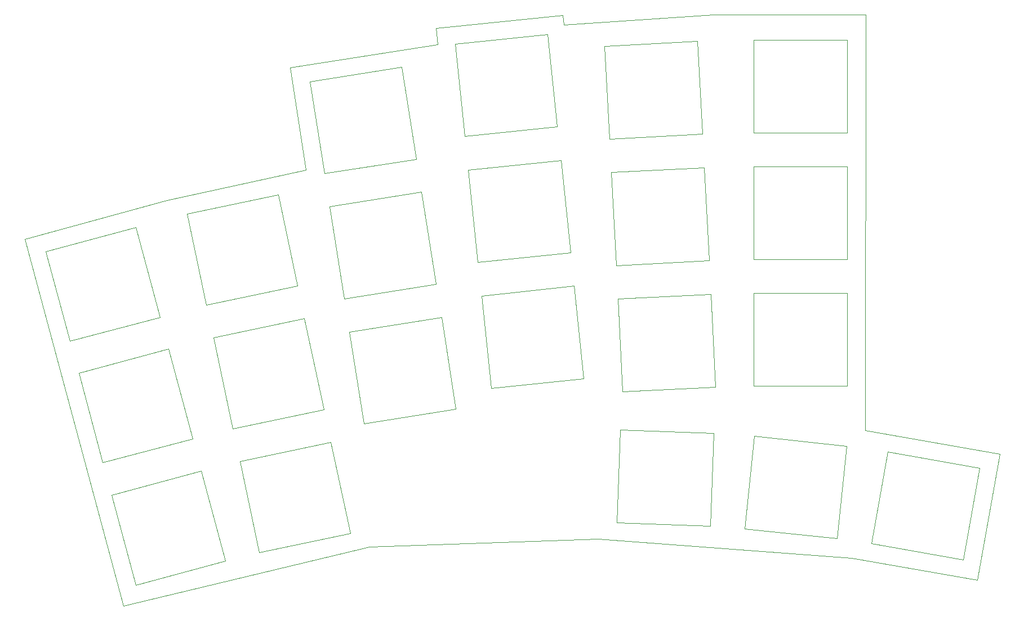
<source format=gm1>
%TF.GenerationSoftware,KiCad,Pcbnew,(6.0.0-0)*%
%TF.CreationDate,2022-02-08T20:12:04+07:00*%
%TF.ProjectId,PCB Top,50434220-546f-4702-9e6b-696361645f70,rev?*%
%TF.SameCoordinates,Original*%
%TF.FileFunction,Profile,NP*%
%FSLAX46Y46*%
G04 Gerber Fmt 4.6, Leading zero omitted, Abs format (unit mm)*
G04 Created by KiCad (PCBNEW (6.0.0-0)) date 2022-02-08 20:12:04*
%MOMM*%
%LPD*%
G01*
G04 APERTURE LIST*
%TA.AperFunction,Profile*%
%ADD10C,0.050000*%
%TD*%
%TA.AperFunction,Profile*%
%ADD11C,0.100000*%
%TD*%
G04 APERTURE END LIST*
D10*
X29175187Y-106535145D02*
X66208387Y-97594345D01*
X140681187Y-80109803D02*
X140782787Y-17524203D01*
X54219587Y-25458345D02*
X76419187Y-22003945D01*
X14341587Y-51315545D02*
X29175187Y-106535145D01*
X160899587Y-83615003D02*
X157581600Y-102565200D01*
X95265987Y-17584345D02*
X76165187Y-19565545D01*
X100549187Y-96425945D02*
X66208387Y-97594345D01*
X160899587Y-83615003D02*
X140681187Y-80109803D01*
X35728387Y-45473545D02*
X14341587Y-51315545D01*
X35728387Y-45473545D02*
X56657987Y-40901545D01*
X140782787Y-17524203D02*
X117922787Y-17524203D01*
X76419187Y-22003945D02*
X76165187Y-19565545D01*
X56657987Y-40901545D02*
X54219587Y-25458345D01*
X95265987Y-17584345D02*
X95413194Y-19048203D01*
X138684000Y-99263200D02*
X157581600Y-102565200D01*
X95413194Y-19048203D02*
X117922787Y-17524203D01*
X100549187Y-96425945D02*
X138684000Y-99263200D01*
D11*
%TO.C,K-1-0*%
X22464796Y-71424539D02*
X35987757Y-67801072D01*
X35987757Y-67801072D02*
X39611224Y-81324033D01*
X26088263Y-84947500D02*
X22464796Y-71424539D01*
X39611224Y-81324033D02*
X26088263Y-84947500D01*
%TO.C,K-3-3*%
X117393839Y-94463632D02*
X103402368Y-93975039D01*
X103890961Y-79983568D02*
X117882432Y-80472161D01*
X117882432Y-80472161D02*
X117393839Y-94463632D01*
X103402368Y-93975039D02*
X103890961Y-79983568D01*
%TO.C,K-2-0*%
X44541728Y-99724919D02*
X31018767Y-103348386D01*
X40918261Y-86201958D02*
X44541728Y-99724919D01*
X27395300Y-89825425D02*
X40918261Y-86201958D01*
X31018767Y-103348386D02*
X27395300Y-89825425D01*
%TO.C,K-0-0*%
X21167467Y-66657546D02*
X17544000Y-53134585D01*
X34690428Y-63034079D02*
X21167467Y-66657546D01*
X31066961Y-49511118D02*
X34690428Y-63034079D01*
X17544000Y-53134585D02*
X31066961Y-49511118D01*
%TO.C,K-0-5*%
X137972698Y-35323884D02*
X123972698Y-35323884D01*
X123972698Y-35323884D02*
X123972698Y-21323884D01*
X123972698Y-21323884D02*
X137972698Y-21323884D01*
X137972698Y-21323884D02*
X137972698Y-35323884D01*
%TO.C,K-1-1*%
X56410838Y-63231530D02*
X59321602Y-76925596D01*
X45627536Y-79836360D02*
X42716772Y-66142294D01*
X59321602Y-76925596D02*
X45627536Y-79836360D01*
X42716772Y-66142294D02*
X56410838Y-63231530D01*
%TO.C,K-3-4*%
X124021246Y-80952647D02*
X137944553Y-82416046D01*
X122557847Y-94875954D02*
X124021246Y-80952647D01*
X136481154Y-96339353D02*
X122557847Y-94875954D01*
X137944553Y-82416046D02*
X136481154Y-96339353D01*
%TO.C,K-2-2*%
X65352174Y-79060067D02*
X63162091Y-65232430D01*
X76989728Y-63042347D02*
X79179811Y-76869984D01*
X79179811Y-76869984D02*
X65352174Y-79060067D01*
X63162091Y-65232430D02*
X76989728Y-63042347D01*
%TO.C,K-1-2*%
X76199734Y-58054522D02*
X62372097Y-60244605D01*
X62372097Y-60244605D02*
X60182014Y-46416968D01*
X60182014Y-46416968D02*
X74009651Y-44226885D01*
X74009651Y-44226885D02*
X76199734Y-58054522D01*
%TO.C,K-2-3*%
X96932258Y-58348675D02*
X98395657Y-72271982D01*
X84472350Y-73735381D02*
X83008951Y-59812074D01*
X98395657Y-72271982D02*
X84472350Y-73735381D01*
X83008951Y-59812074D02*
X96932258Y-58348675D01*
%TO.C,K-2-5*%
X123972698Y-59423884D02*
X137972698Y-59423884D01*
X137972698Y-73423884D02*
X123972698Y-73423884D01*
X123972698Y-73423884D02*
X123972698Y-59423884D01*
X137972698Y-59423884D02*
X137972698Y-73423884D01*
%TO.C,K-0-4*%
X116224345Y-35487415D02*
X102243532Y-36220118D01*
X115491642Y-21506602D02*
X116224345Y-35487415D01*
X101510829Y-22239305D02*
X115491642Y-21506602D01*
X102243532Y-36220118D02*
X101510829Y-22239305D01*
%TO.C,K-2-1*%
X63282323Y-95559307D02*
X49588257Y-98470071D01*
X46677493Y-84776005D02*
X60371559Y-81865241D01*
X60371559Y-81865241D02*
X63282323Y-95559307D01*
X49588257Y-98470071D02*
X46677493Y-84776005D01*
%TO.C,K-1-4*%
X102507828Y-41263197D02*
X116488641Y-40530494D01*
X116488641Y-40530494D02*
X117221344Y-54511307D01*
X117221344Y-54511307D02*
X103240531Y-55244010D01*
X103240531Y-55244010D02*
X102507828Y-41263197D01*
%TO.C,K-0-2*%
X71029577Y-25411423D02*
X73219660Y-39239060D01*
X73219660Y-39239060D02*
X59392023Y-41429143D01*
X57201940Y-27601506D02*
X71029577Y-25411423D01*
X59392023Y-41429143D02*
X57201940Y-27601506D01*
%TO.C,K-0-1*%
X41666822Y-61202648D02*
X38756058Y-47508582D01*
X52450124Y-44597818D02*
X55360888Y-58291884D01*
X38756058Y-47508582D02*
X52450124Y-44597818D01*
X55360888Y-58291884D02*
X41666822Y-61202648D01*
%TO.C,K-3-5*%
X155436517Y-99549192D02*
X141649208Y-97118117D01*
X157867592Y-85761883D02*
X155436517Y-99549192D01*
X141649208Y-97118117D02*
X144080283Y-83330808D01*
X144080283Y-83330808D02*
X157867592Y-85761883D01*
%TO.C,K-1-5*%
X123972698Y-54373884D02*
X123972698Y-40373884D01*
X137972698Y-54373884D02*
X123972698Y-54373884D01*
X123972698Y-40373884D02*
X137972698Y-40373884D01*
X137972698Y-40373884D02*
X137972698Y-54373884D01*
%TO.C,K-0-3*%
X92949724Y-20457392D02*
X94413123Y-34380699D01*
X80489816Y-35844098D02*
X79026417Y-21920791D01*
X94413123Y-34380699D02*
X80489816Y-35844098D01*
X79026417Y-21920791D02*
X92949724Y-20457392D01*
%TO.C,K-2-4*%
X103504829Y-60287090D02*
X117485642Y-59554387D01*
X118218345Y-73535200D02*
X104237532Y-74267903D01*
X104237532Y-74267903D02*
X103504829Y-60287090D01*
X117485642Y-59554387D02*
X118218345Y-73535200D01*
%TO.C,K-1-3*%
X82481084Y-54789738D02*
X81017685Y-40866431D01*
X81017685Y-40866431D02*
X94940992Y-39403032D01*
X94940992Y-39403032D02*
X96404391Y-53326339D01*
X96404391Y-53326339D02*
X82481084Y-54789738D01*
%TD*%
M02*

</source>
